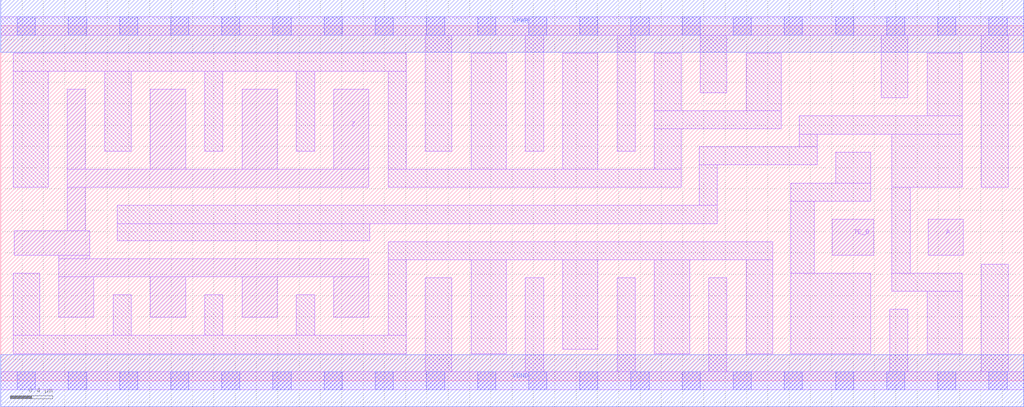
<source format=lef>
# Copyright 2020 The SkyWater PDK Authors
#
# Licensed under the Apache License, Version 2.0 (the "License");
# you may not use this file except in compliance with the License.
# You may obtain a copy of the License at
#
#     https://www.apache.org/licenses/LICENSE-2.0
#
# Unless required by applicable law or agreed to in writing, software
# distributed under the License is distributed on an "AS IS" BASIS,
# WITHOUT WARRANTIES OR CONDITIONS OF ANY KIND, either express or implied.
# See the License for the specific language governing permissions and
# limitations under the License.
#
# SPDX-License-Identifier: Apache-2.0

VERSION 5.7 ;
  NOWIREEXTENSIONATPIN ON ;
  DIVIDERCHAR "/" ;
  BUSBITCHARS "[]" ;
UNITS
  DATABASE MICRONS 200 ;
END UNITS
MACRO sky130_fd_sc_lp__ebufn_8
  CLASS CORE ;
  FOREIGN sky130_fd_sc_lp__ebufn_8 ;
  ORIGIN  0.000000  0.000000 ;
  SIZE  9.600000 BY  3.330000 ;
  SYMMETRY X Y R90 ;
  SITE unit ;
  PIN A
    ANTENNAGATEAREA  0.630000 ;
    DIRECTION INPUT ;
    USE SIGNAL ;
    PORT
      LAYER li1 ;
        RECT 8.705000 1.180000 9.035000 1.515000 ;
    END
  END A
  PIN TE_B
    ANTENNAGATEAREA  1.827000 ;
    DIRECTION INPUT ;
    USE SIGNAL ;
    PORT
      LAYER li1 ;
        RECT 7.805000 1.180000 8.195000 1.515000 ;
    END
  END TE_B
  PIN Z
    ANTENNADIFFAREA  2.352000 ;
    DIRECTION OUTPUT ;
    USE SIGNAL ;
    PORT
      LAYER li1 ;
        RECT 0.125000 1.180000 0.835000 1.410000 ;
        RECT 0.545000 0.595000 0.875000 0.975000 ;
        RECT 0.545000 0.975000 3.455000 1.145000 ;
        RECT 0.545000 1.145000 0.835000 1.180000 ;
        RECT 0.625000 1.410000 0.795000 1.815000 ;
        RECT 0.625000 1.815000 3.455000 1.985000 ;
        RECT 0.625000 1.985000 0.795000 2.735000 ;
        RECT 1.405000 0.595000 1.735000 0.975000 ;
        RECT 1.405000 1.985000 1.735000 2.735000 ;
        RECT 2.265000 0.595000 2.595000 0.975000 ;
        RECT 2.265000 1.985000 2.595000 2.735000 ;
        RECT 3.125000 0.595000 3.455000 0.975000 ;
        RECT 3.125000 1.985000 3.455000 2.735000 ;
    END
  END Z
  PIN VGND
    DIRECTION INOUT ;
    USE GROUND ;
    PORT
      LAYER met1 ;
        RECT 0.000000 -0.245000 9.600000 0.245000 ;
    END
  END VGND
  PIN VPWR
    DIRECTION INOUT ;
    USE POWER ;
    PORT
      LAYER met1 ;
        RECT 0.000000 3.085000 9.600000 3.575000 ;
    END
  END VPWR
  OBS
    LAYER li1 ;
      RECT 0.000000 -0.085000 9.600000 0.085000 ;
      RECT 0.000000  3.245000 9.600000 3.415000 ;
      RECT 0.115000  0.255000 3.805000 0.425000 ;
      RECT 0.115000  0.425000 0.365000 1.010000 ;
      RECT 0.115000  1.815000 0.445000 2.905000 ;
      RECT 0.115000  2.905000 3.805000 3.075000 ;
      RECT 0.975000  2.155000 1.225000 2.905000 ;
      RECT 1.055000  0.425000 1.225000 0.805000 ;
      RECT 1.095000  1.315000 3.465000 1.475000 ;
      RECT 1.095000  1.475000 6.725000 1.645000 ;
      RECT 1.915000  0.425000 2.085000 0.805000 ;
      RECT 1.915000  2.155000 2.085000 2.905000 ;
      RECT 2.775000  0.425000 2.945000 0.805000 ;
      RECT 2.775000  2.155000 2.945000 2.905000 ;
      RECT 3.635000  0.425000 3.805000 1.135000 ;
      RECT 3.635000  1.135000 7.245000 1.305000 ;
      RECT 3.635000  1.815000 6.385000 1.985000 ;
      RECT 3.635000  1.985000 3.805000 2.905000 ;
      RECT 3.985000  0.085000 4.235000 0.965000 ;
      RECT 3.985000  2.155000 4.235000 3.245000 ;
      RECT 4.415000  0.255000 4.745000 1.135000 ;
      RECT 4.415000  1.985000 4.745000 3.075000 ;
      RECT 4.925000  0.085000 5.095000 0.965000 ;
      RECT 4.925000  2.155000 5.095000 3.245000 ;
      RECT 5.275000  0.295000 5.605000 1.135000 ;
      RECT 5.275000  1.985000 5.605000 3.075000 ;
      RECT 5.785000  0.085000 5.955000 0.965000 ;
      RECT 5.785000  2.155000 5.955000 3.245000 ;
      RECT 6.135000  0.255000 6.465000 1.135000 ;
      RECT 6.135000  1.985000 6.385000 2.365000 ;
      RECT 6.135000  2.365000 7.325000 2.535000 ;
      RECT 6.135000  2.535000 6.385000 3.075000 ;
      RECT 6.555000  1.645000 6.725000 2.025000 ;
      RECT 6.555000  2.025000 7.665000 2.195000 ;
      RECT 6.565000  2.705000 6.815000 3.245000 ;
      RECT 6.645000  0.085000 6.815000 0.965000 ;
      RECT 6.995000  0.255000 7.245000 1.135000 ;
      RECT 6.995000  2.535000 7.325000 3.075000 ;
      RECT 7.415000  0.255000 8.165000 1.010000 ;
      RECT 7.415000  1.010000 7.635000 1.685000 ;
      RECT 7.415000  1.685000 8.165000 1.855000 ;
      RECT 7.495000  2.195000 7.665000 2.315000 ;
      RECT 7.495000  2.315000 9.025000 2.485000 ;
      RECT 7.835000  1.855000 8.165000 2.145000 ;
      RECT 8.265000  2.655000 8.515000 3.245000 ;
      RECT 8.345000  0.085000 8.515000 0.670000 ;
      RECT 8.365000  0.840000 9.025000 1.010000 ;
      RECT 8.365000  1.010000 8.535000 1.815000 ;
      RECT 8.365000  1.815000 9.025000 2.315000 ;
      RECT 8.695000  0.255000 9.025000 0.840000 ;
      RECT 8.695000  2.485000 9.025000 3.075000 ;
      RECT 9.205000  0.085000 9.455000 1.095000 ;
      RECT 9.205000  1.815000 9.455000 3.245000 ;
    LAYER mcon ;
      RECT 0.155000 -0.085000 0.325000 0.085000 ;
      RECT 0.155000  3.245000 0.325000 3.415000 ;
      RECT 0.635000 -0.085000 0.805000 0.085000 ;
      RECT 0.635000  3.245000 0.805000 3.415000 ;
      RECT 1.115000 -0.085000 1.285000 0.085000 ;
      RECT 1.115000  3.245000 1.285000 3.415000 ;
      RECT 1.595000 -0.085000 1.765000 0.085000 ;
      RECT 1.595000  3.245000 1.765000 3.415000 ;
      RECT 2.075000 -0.085000 2.245000 0.085000 ;
      RECT 2.075000  3.245000 2.245000 3.415000 ;
      RECT 2.555000 -0.085000 2.725000 0.085000 ;
      RECT 2.555000  3.245000 2.725000 3.415000 ;
      RECT 3.035000 -0.085000 3.205000 0.085000 ;
      RECT 3.035000  3.245000 3.205000 3.415000 ;
      RECT 3.515000 -0.085000 3.685000 0.085000 ;
      RECT 3.515000  3.245000 3.685000 3.415000 ;
      RECT 3.995000 -0.085000 4.165000 0.085000 ;
      RECT 3.995000  3.245000 4.165000 3.415000 ;
      RECT 4.475000 -0.085000 4.645000 0.085000 ;
      RECT 4.475000  3.245000 4.645000 3.415000 ;
      RECT 4.955000 -0.085000 5.125000 0.085000 ;
      RECT 4.955000  3.245000 5.125000 3.415000 ;
      RECT 5.435000 -0.085000 5.605000 0.085000 ;
      RECT 5.435000  3.245000 5.605000 3.415000 ;
      RECT 5.915000 -0.085000 6.085000 0.085000 ;
      RECT 5.915000  3.245000 6.085000 3.415000 ;
      RECT 6.395000 -0.085000 6.565000 0.085000 ;
      RECT 6.395000  3.245000 6.565000 3.415000 ;
      RECT 6.875000 -0.085000 7.045000 0.085000 ;
      RECT 6.875000  3.245000 7.045000 3.415000 ;
      RECT 7.355000 -0.085000 7.525000 0.085000 ;
      RECT 7.355000  3.245000 7.525000 3.415000 ;
      RECT 7.835000 -0.085000 8.005000 0.085000 ;
      RECT 7.835000  3.245000 8.005000 3.415000 ;
      RECT 8.315000 -0.085000 8.485000 0.085000 ;
      RECT 8.315000  3.245000 8.485000 3.415000 ;
      RECT 8.795000 -0.085000 8.965000 0.085000 ;
      RECT 8.795000  3.245000 8.965000 3.415000 ;
      RECT 9.275000 -0.085000 9.445000 0.085000 ;
      RECT 9.275000  3.245000 9.445000 3.415000 ;
  END
END sky130_fd_sc_lp__ebufn_8
END LIBRARY

</source>
